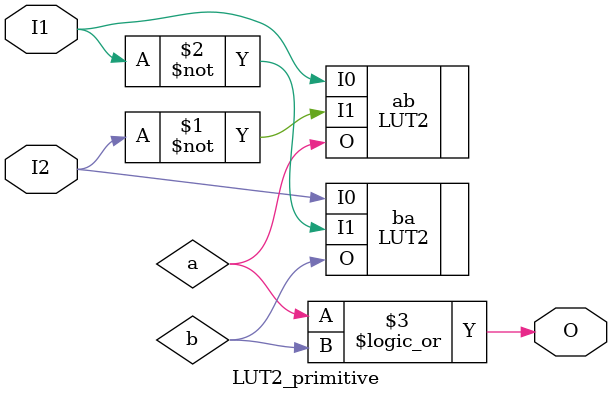
<source format=v>
`timescale 1ns / 1ps


module LUT2_primitive(
input I1,I2,
output O
    );
   
   wire a,b; 

   LUT2 #(
      .INIT(4'h1)  // Specify LUT Contents
   ) ab (
      .O(a),   // LUT general output
      .I0(I1), // LUT input
      .I1(~I2)  // LUT input
   );
   
   
   LUT2 #(
      .INIT(4'h1)  // Specify LUT Contents
   ) ba (
      .O(b),   // LUT general output
      .I0(I2), // LUT input
      .I1(~I1)  // LUT input
   );

assign O=a||b;
					
					   
endmodule


</source>
